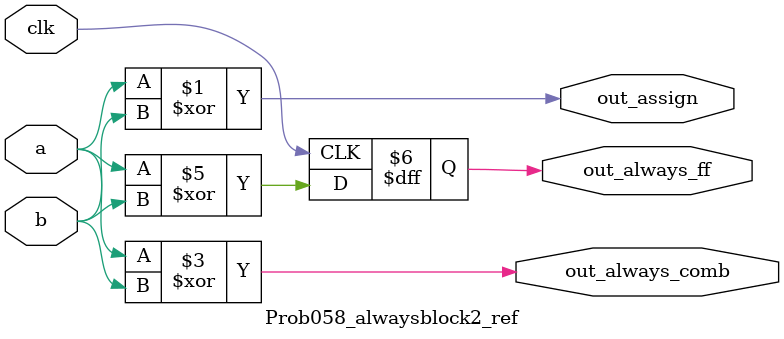
<source format=sv>

module Prob058_alwaysblock2_ref (
  input clk,
  input a,
  input b,
  output out_assign,
  output reg out_always_comb,
  output reg out_always_ff
);

  assign out_assign = a ^ b;
  always @(*) out_always_comb = a ^ b;
  always @(posedge clk) out_always_ff <= a ^ b;

endmodule


</source>
